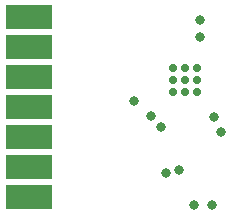
<source format=gbs>
G04 Layer_Color=8150272*
%FSLAX25Y25*%
%MOIN*%
G70*
G01*
G75*
%ADD31R,0.15800X0.08400*%
%ADD37C,0.02769*%
%ADD38C,0.03200*%
D31*
X112500Y425000D02*
D03*
Y435000D02*
D03*
Y445000D02*
D03*
Y455000D02*
D03*
Y465000D02*
D03*
Y475000D02*
D03*
Y485000D02*
D03*
D37*
X168374Y460063D02*
D03*
X164437D02*
D03*
X160500D02*
D03*
X168374Y464000D02*
D03*
X164437D02*
D03*
X160500D02*
D03*
X168374Y467937D02*
D03*
X164437D02*
D03*
X160500D02*
D03*
D38*
X169437Y484000D02*
D03*
Y478500D02*
D03*
X156437Y448500D02*
D03*
X167437Y422500D02*
D03*
X173437D02*
D03*
X147437Y457000D02*
D03*
X152937Y452000D02*
D03*
X162437Y434000D02*
D03*
X176500Y446750D02*
D03*
X174000Y451750D02*
D03*
X158000Y433250D02*
D03*
M02*

</source>
